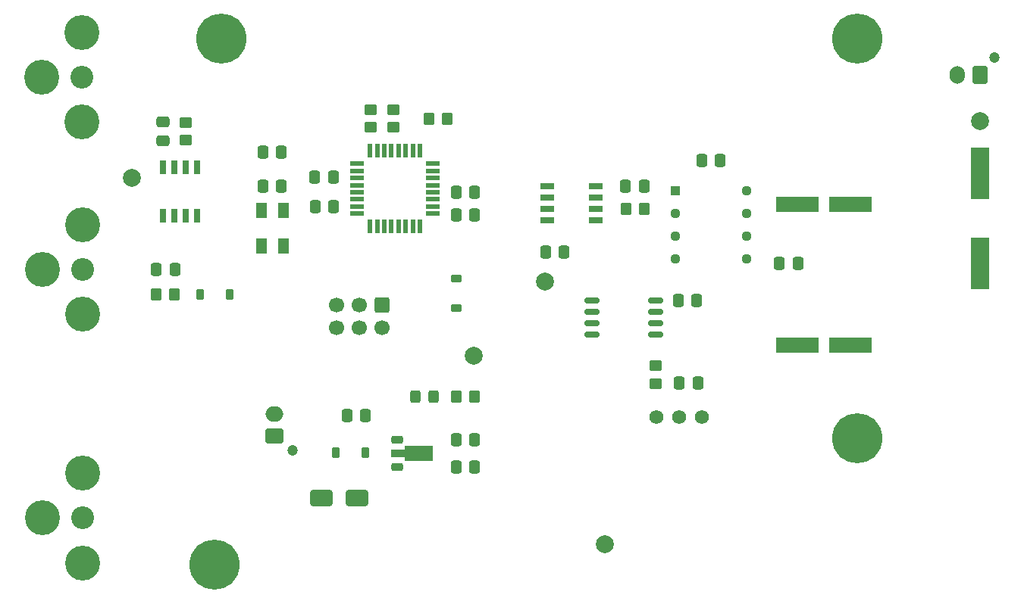
<source format=gbr>
%TF.GenerationSoftware,KiCad,Pcbnew,9.0.0*%
%TF.CreationDate,2025-04-14T20:17:52-07:00*%
%TF.ProjectId,AudioVision_v1,41756469-6f56-4697-9369-6f6e5f76312e,rev?*%
%TF.SameCoordinates,Original*%
%TF.FileFunction,Soldermask,Top*%
%TF.FilePolarity,Negative*%
%FSLAX46Y46*%
G04 Gerber Fmt 4.6, Leading zero omitted, Abs format (unit mm)*
G04 Created by KiCad (PCBNEW 9.0.0) date 2025-04-14 20:17:52*
%MOMM*%
%LPD*%
G01*
G04 APERTURE LIST*
G04 Aperture macros list*
%AMRoundRect*
0 Rectangle with rounded corners*
0 $1 Rounding radius*
0 $2 $3 $4 $5 $6 $7 $8 $9 X,Y pos of 4 corners*
0 Add a 4 corners polygon primitive as box body*
4,1,4,$2,$3,$4,$5,$6,$7,$8,$9,$2,$3,0*
0 Add four circle primitives for the rounded corners*
1,1,$1+$1,$2,$3*
1,1,$1+$1,$4,$5*
1,1,$1+$1,$6,$7*
1,1,$1+$1,$8,$9*
0 Add four rect primitives between the rounded corners*
20,1,$1+$1,$2,$3,$4,$5,0*
20,1,$1+$1,$4,$5,$6,$7,0*
20,1,$1+$1,$6,$7,$8,$9,0*
20,1,$1+$1,$8,$9,$2,$3,0*%
%AMFreePoly0*
4,1,9,3.862500,-0.866500,0.737500,-0.866500,0.737500,-0.450000,-0.737500,-0.450000,-0.737500,0.450000,0.737500,0.450000,0.737500,0.866500,3.862500,0.866500,3.862500,-0.866500,3.862500,-0.866500,$1*%
G04 Aperture macros list end*
%ADD10R,4.750000X1.800000*%
%ADD11RoundRect,0.225000X-0.425000X-0.225000X0.425000X-0.225000X0.425000X0.225000X-0.425000X0.225000X0*%
%ADD12FreePoly0,0.000000*%
%ADD13C,2.000000*%
%ADD14RoundRect,0.250000X0.337500X0.475000X-0.337500X0.475000X-0.337500X-0.475000X0.337500X-0.475000X0*%
%ADD15R,1.500000X0.600000*%
%ADD16R,0.600000X1.500000*%
%ADD17RoundRect,0.250000X-0.337500X-0.475000X0.337500X-0.475000X0.337500X0.475000X-0.337500X0.475000X0*%
%ADD18RoundRect,0.250000X-0.350000X-0.450000X0.350000X-0.450000X0.350000X0.450000X-0.350000X0.450000X0*%
%ADD19RoundRect,0.250000X-0.325000X-0.450000X0.325000X-0.450000X0.325000X0.450000X-0.325000X0.450000X0*%
%ADD20RoundRect,0.250000X0.450000X-0.350000X0.450000X0.350000X-0.450000X0.350000X-0.450000X-0.350000X0*%
%ADD21RoundRect,0.225000X-0.375000X0.225000X-0.375000X-0.225000X0.375000X-0.225000X0.375000X0.225000X0*%
%ADD22RoundRect,0.250000X-0.600000X0.600000X-0.600000X-0.600000X0.600000X-0.600000X0.600000X0.600000X0*%
%ADD23C,1.700000*%
%ADD24RoundRect,0.250000X-0.450000X0.350000X-0.450000X-0.350000X0.450000X-0.350000X0.450000X0.350000X0*%
%ADD25R,0.650000X1.500000*%
%ADD26RoundRect,0.250000X0.350000X0.450000X-0.350000X0.450000X-0.350000X-0.450000X0.350000X-0.450000X0*%
%ADD27RoundRect,0.225000X-0.225000X-0.375000X0.225000X-0.375000X0.225000X0.375000X-0.225000X0.375000X0*%
%ADD28C,3.900000*%
%ADD29C,2.550000*%
%ADD30R,1.500000X0.650000*%
%ADD31RoundRect,0.162500X-0.650000X-0.162500X0.650000X-0.162500X0.650000X0.162500X-0.650000X0.162500X0*%
%ADD32C,5.600000*%
%ADD33RoundRect,0.225000X0.225000X0.375000X-0.225000X0.375000X-0.225000X-0.375000X0.225000X-0.375000X0*%
%ADD34R,1.130000X1.130000*%
%ADD35C,1.130000*%
%ADD36C,1.200000*%
%ADD37RoundRect,0.250000X0.750000X-0.600000X0.750000X0.600000X-0.750000X0.600000X-0.750000X-0.600000X0*%
%ADD38O,2.000000X1.700000*%
%ADD39RoundRect,0.250000X0.600000X0.750000X-0.600000X0.750000X-0.600000X-0.750000X0.600000X-0.750000X0*%
%ADD40O,1.700000X2.000000*%
%ADD41RoundRect,0.250000X-1.000000X-0.650000X1.000000X-0.650000X1.000000X0.650000X-1.000000X0.650000X0*%
%ADD42R,2.050000X5.800000*%
%ADD43C,1.560000*%
%ADD44RoundRect,0.250000X-0.475000X0.337500X-0.475000X-0.337500X0.475000X-0.337500X0.475000X0.337500X0*%
%ADD45R,1.200000X1.800000*%
G04 APERTURE END LIST*
D10*
%TO.C,C16*%
X178125000Y-105000000D03*
X184025000Y-105000000D03*
%TD*%
D11*
%TO.C,U1*%
X133425000Y-115600000D03*
D12*
X133512500Y-117100000D03*
D11*
X133425000Y-118600000D03*
%TD*%
D13*
%TO.C,REF\u002A\u002A*%
X142000000Y-106150000D03*
%TD*%
D10*
%TO.C,C18*%
X178125000Y-89250000D03*
X184025000Y-89250000D03*
%TD*%
D14*
%TO.C,C21*%
X126325000Y-89500000D03*
X124250000Y-89500000D03*
%TD*%
D15*
%TO.C,U2*%
X128925000Y-84700000D03*
X128925000Y-85500000D03*
X128925000Y-86300000D03*
X128925000Y-87100000D03*
X128925000Y-87900000D03*
X128925000Y-88700000D03*
X128925000Y-89500000D03*
X128925000Y-90300000D03*
D16*
X130375000Y-91750000D03*
X131175000Y-91750000D03*
X131975000Y-91750000D03*
X132775000Y-91750000D03*
X133575000Y-91750000D03*
X134375000Y-91750000D03*
X135175000Y-91750000D03*
X135975000Y-91750000D03*
D15*
X137425000Y-90300000D03*
X137425000Y-89500000D03*
X137425000Y-88700000D03*
X137425000Y-87900000D03*
X137425000Y-87100000D03*
X137425000Y-86300000D03*
X137425000Y-85500000D03*
X137425000Y-84700000D03*
D16*
X135975000Y-83250000D03*
X135175000Y-83250000D03*
X134375000Y-83250000D03*
X133575000Y-83250000D03*
X132775000Y-83250000D03*
X131975000Y-83250000D03*
X131175000Y-83250000D03*
X130375000Y-83250000D03*
%TD*%
D17*
%TO.C,C19*%
X176100000Y-95900000D03*
X178175000Y-95900000D03*
%TD*%
D18*
%TO.C,R10*%
X136975000Y-79700000D03*
X138975000Y-79700000D03*
%TD*%
D19*
%TO.C,D4*%
X135425000Y-110750000D03*
X137475000Y-110750000D03*
%TD*%
D20*
%TO.C,R2*%
X130475000Y-80650000D03*
X130475000Y-78650000D03*
%TD*%
D21*
%TO.C,D2*%
X140035000Y-97550000D03*
X140035000Y-100850000D03*
%TD*%
D22*
%TO.C,ISP*%
X131725000Y-100550000D03*
D23*
X131725000Y-103090000D03*
X129185000Y-100550000D03*
X129185000Y-103090000D03*
X126645000Y-100550000D03*
X126645000Y-103090000D03*
%TD*%
D17*
%TO.C,C7*%
X140000000Y-87900000D03*
X142075000Y-87900000D03*
%TD*%
D24*
%TO.C,R4*%
X162325000Y-107300000D03*
X162325000Y-109300000D03*
%TD*%
D13*
%TO.C,REF\u002A\u002A*%
X149950000Y-97900000D03*
%TD*%
D17*
%TO.C,C13*%
X106512500Y-96500000D03*
X108587500Y-96500000D03*
%TD*%
D25*
%TO.C,U4*%
X107290000Y-90550000D03*
X108560000Y-90550000D03*
X109830000Y-90550000D03*
X111100000Y-90550000D03*
X111100000Y-85150000D03*
X109830000Y-85150000D03*
X108560000Y-85150000D03*
X107290000Y-85150000D03*
%TD*%
D26*
%TO.C,R3*%
X142025000Y-110800000D03*
X140025000Y-110800000D03*
%TD*%
D14*
%TO.C,C22*%
X126287500Y-86200000D03*
X124212500Y-86200000D03*
%TD*%
D17*
%TO.C,C10*%
X164937500Y-109200000D03*
X167012500Y-109200000D03*
%TD*%
D27*
%TO.C,D6*%
X111400000Y-99350000D03*
X114700000Y-99350000D03*
%TD*%
D28*
%TO.C,J5*%
X98275000Y-101550000D03*
D29*
X98275000Y-96550000D03*
D28*
X98275000Y-91550000D03*
X93775000Y-96550000D03*
%TD*%
D14*
%TO.C,C1*%
X129862500Y-112900000D03*
X127787500Y-112900000D03*
%TD*%
D24*
%TO.C,R8*%
X109830000Y-80100000D03*
X109830000Y-82100000D03*
%TD*%
D17*
%TO.C,C24*%
X164787500Y-100000000D03*
X166862500Y-100000000D03*
%TD*%
D24*
%TO.C,R1*%
X132975000Y-78650000D03*
X132975000Y-80650000D03*
%TD*%
D30*
%TO.C,VR1*%
X150175000Y-87195000D03*
X150175000Y-88465000D03*
X150175000Y-89735000D03*
X150175000Y-91005000D03*
X155575000Y-91005000D03*
X155575000Y-89735000D03*
X155575000Y-88465000D03*
X155575000Y-87195000D03*
%TD*%
D31*
%TO.C,U6*%
X155137500Y-99995000D03*
X155137500Y-101265000D03*
X155137500Y-102535000D03*
X155137500Y-103805000D03*
X162312500Y-103805000D03*
X162312500Y-102535000D03*
X162312500Y-101265000D03*
X162312500Y-99995000D03*
%TD*%
D32*
%TO.C,*%
X113050000Y-129550000D03*
%TD*%
D28*
%TO.C,J6*%
X98300000Y-129350000D03*
D29*
X98300000Y-124350000D03*
D28*
X98300000Y-119350000D03*
X93800000Y-124350000D03*
%TD*%
D33*
%TO.C,D3*%
X129875000Y-117050000D03*
X126575000Y-117050000D03*
%TD*%
D17*
%TO.C,C3*%
X140000000Y-115600000D03*
X142075000Y-115600000D03*
%TD*%
D13*
%TO.C,REF\u002A\u002A*%
X156650000Y-127300000D03*
%TD*%
D34*
%TO.C,U5*%
X164505000Y-87750000D03*
D35*
X164505000Y-90290000D03*
X164505000Y-92830000D03*
X164505000Y-95370000D03*
X172445000Y-95370000D03*
X172445000Y-92830000D03*
X172445000Y-90290000D03*
X172445000Y-87750000D03*
%TD*%
D32*
%TO.C,*%
X184800000Y-70750000D03*
%TD*%
D17*
%TO.C,C9*%
X158937500Y-87200000D03*
X161012500Y-87200000D03*
%TD*%
D36*
%TO.C,J1*%
X121700000Y-116800000D03*
D37*
X119700000Y-115200000D03*
D38*
X119700000Y-112700000D03*
%TD*%
D18*
%TO.C,R6*%
X158975000Y-89750000D03*
X160975000Y-89750000D03*
%TD*%
D32*
%TO.C,*%
X184800000Y-115450000D03*
%TD*%
D17*
%TO.C,C8*%
X118400000Y-83400000D03*
X120475000Y-83400000D03*
%TD*%
D28*
%TO.C,J4*%
X98225000Y-80050000D03*
D29*
X98225000Y-75050000D03*
D28*
X98225000Y-70050000D03*
X93725000Y-75050000D03*
%TD*%
D32*
%TO.C,REF\u002A\u002A*%
X113800000Y-70750000D03*
%TD*%
D14*
%TO.C,C14*%
X169512500Y-84350000D03*
X167437500Y-84350000D03*
%TD*%
D17*
%TO.C,C23*%
X149975000Y-94600000D03*
X152050000Y-94600000D03*
%TD*%
D18*
%TO.C,R7*%
X106500000Y-99350000D03*
X108500000Y-99350000D03*
%TD*%
D36*
%TO.C,J3*%
X200125000Y-72800000D03*
D39*
X198525000Y-74800000D03*
D40*
X196025000Y-74800000D03*
%TD*%
D41*
%TO.C,D1*%
X124925000Y-122100000D03*
X128925000Y-122100000D03*
%TD*%
D42*
%TO.C,C17*%
X198525000Y-85800000D03*
X198525000Y-95900000D03*
%TD*%
D13*
%TO.C,REF\u002A\u002A*%
X103750000Y-86300000D03*
%TD*%
D43*
%TO.C,U3*%
X162357500Y-113075000D03*
X164897500Y-113075000D03*
X167437500Y-113075000D03*
%TD*%
D44*
%TO.C,C12*%
X107295000Y-80050000D03*
X107295000Y-82125000D03*
%TD*%
D17*
%TO.C,C2*%
X140000000Y-118600000D03*
X142075000Y-118600000D03*
%TD*%
%TO.C,C20*%
X139987500Y-90400000D03*
X142062500Y-90400000D03*
%TD*%
%TO.C,C6*%
X118421015Y-87250000D03*
X120496015Y-87250000D03*
%TD*%
D13*
%TO.C,REF\u002A\u002A*%
X198500000Y-79950000D03*
%TD*%
D45*
%TO.C,Y1*%
X120675000Y-93950000D03*
X120675000Y-89950000D03*
X118275000Y-89950000D03*
X118275000Y-93950000D03*
%TD*%
M02*

</source>
